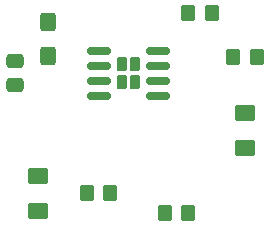
<source format=gbr>
%TF.GenerationSoftware,KiCad,Pcbnew,(6.0.10)*%
%TF.CreationDate,2023-03-03T00:14:05-08:00*%
%TF.ProjectId,ex 2,65782032-2e6b-4696-9361-645f70636258,rev?*%
%TF.SameCoordinates,Original*%
%TF.FileFunction,Paste,Top*%
%TF.FilePolarity,Positive*%
%FSLAX46Y46*%
G04 Gerber Fmt 4.6, Leading zero omitted, Abs format (unit mm)*
G04 Created by KiCad (PCBNEW (6.0.10)) date 2023-03-03 00:14:05*
%MOMM*%
%LPD*%
G01*
G04 APERTURE LIST*
G04 Aperture macros list*
%AMRoundRect*
0 Rectangle with rounded corners*
0 $1 Rounding radius*
0 $2 $3 $4 $5 $6 $7 $8 $9 X,Y pos of 4 corners*
0 Add a 4 corners polygon primitive as box body*
4,1,4,$2,$3,$4,$5,$6,$7,$8,$9,$2,$3,0*
0 Add four circle primitives for the rounded corners*
1,1,$1+$1,$2,$3*
1,1,$1+$1,$4,$5*
1,1,$1+$1,$6,$7*
1,1,$1+$1,$8,$9*
0 Add four rect primitives between the rounded corners*
20,1,$1+$1,$2,$3,$4,$5,0*
20,1,$1+$1,$4,$5,$6,$7,0*
20,1,$1+$1,$6,$7,$8,$9,0*
20,1,$1+$1,$8,$9,$2,$3,0*%
G04 Aperture macros list end*
%ADD10RoundRect,0.250000X0.350000X0.450000X-0.350000X0.450000X-0.350000X-0.450000X0.350000X-0.450000X0*%
%ADD11RoundRect,0.250000X-0.350000X-0.450000X0.350000X-0.450000X0.350000X0.450000X-0.350000X0.450000X0*%
%ADD12RoundRect,0.250001X-0.624999X0.462499X-0.624999X-0.462499X0.624999X-0.462499X0.624999X0.462499X0*%
%ADD13RoundRect,0.250000X0.475000X-0.337500X0.475000X0.337500X-0.475000X0.337500X-0.475000X-0.337500X0*%
%ADD14RoundRect,0.250000X0.425000X-0.537500X0.425000X0.537500X-0.425000X0.537500X-0.425000X-0.537500X0*%
%ADD15RoundRect,0.230000X-0.230000X-0.375000X0.230000X-0.375000X0.230000X0.375000X-0.230000X0.375000X0*%
%ADD16RoundRect,0.150000X-0.825000X-0.150000X0.825000X-0.150000X0.825000X0.150000X-0.825000X0.150000X0*%
%ADD17RoundRect,0.250001X0.624999X-0.462499X0.624999X0.462499X-0.624999X0.462499X-0.624999X-0.462499X0*%
G04 APERTURE END LIST*
D10*
%TO.C,R2*%
X160727064Y-79920000D03*
X158727064Y-79920000D03*
%TD*%
D11*
%TO.C,R1*%
X154940000Y-76200000D03*
X156940000Y-76200000D03*
%TD*%
D12*
%TO.C,D2*%
X142240000Y-89952500D03*
X142240000Y-92927500D03*
%TD*%
D13*
%TO.C,C2*%
X140255000Y-82317500D03*
X140255000Y-80242500D03*
%TD*%
D10*
%TO.C,R3*%
X154940000Y-93145000D03*
X152940000Y-93145000D03*
%TD*%
D14*
%TO.C,C1*%
X143040000Y-79837500D03*
X143040000Y-76962500D03*
%TD*%
D15*
%TO.C,U1*%
X150430000Y-82030000D03*
X149290000Y-80530000D03*
X149290000Y-82030000D03*
X150430000Y-80530000D03*
D16*
X147385000Y-79375000D03*
X147385000Y-80645000D03*
X147385000Y-81915000D03*
X147385000Y-83185000D03*
X152335000Y-83185000D03*
X152335000Y-81915000D03*
X152335000Y-80645000D03*
X152335000Y-79375000D03*
%TD*%
D17*
%TO.C,D1*%
X159762500Y-87642500D03*
X159762500Y-84667500D03*
%TD*%
D10*
%TO.C,R4*%
X148320000Y-91440000D03*
X146320000Y-91440000D03*
%TD*%
M02*

</source>
